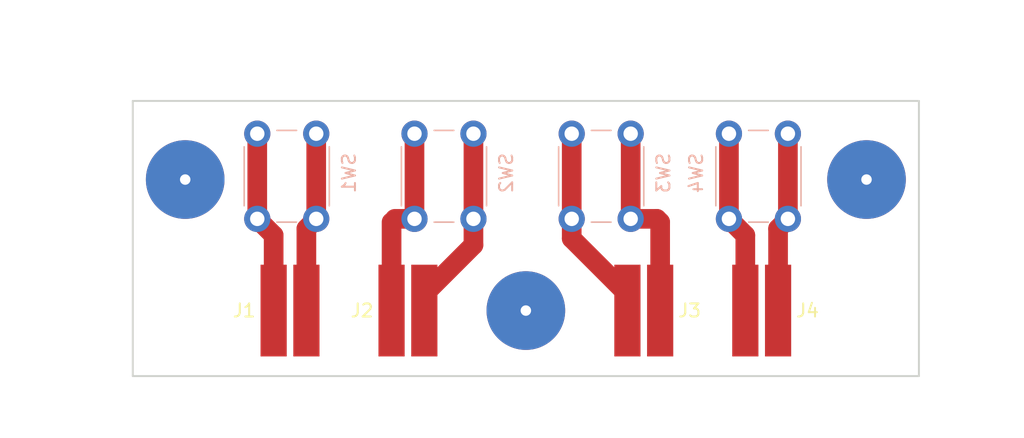
<source format=kicad_pcb>
(kicad_pcb (version 4) (host pcbnew 4.0.7)

  (general
    (links 16)
    (no_connects 0)
    (area 78.650001 62.8 160.85 97.7)
    (thickness 1.6)
    (drawings 11)
    (tracks 29)
    (zones 0)
    (modules 11)
    (nets 9)
  )

  (page A4)
  (layers
    (0 F.Cu signal)
    (31 B.Cu signal)
    (32 B.Adhes user)
    (33 F.Adhes user)
    (34 B.Paste user)
    (35 F.Paste user)
    (36 B.SilkS user)
    (37 F.SilkS user)
    (38 B.Mask user)
    (39 F.Mask user)
    (40 Dwgs.User user)
    (41 Cmts.User user)
    (42 Eco1.User user)
    (43 Eco2.User user)
    (44 Edge.Cuts user)
    (45 Margin user)
    (46 B.CrtYd user)
    (47 F.CrtYd user)
    (48 B.Fab user)
    (49 F.Fab user)
  )

  (setup
    (last_trace_width 1.5)
    (trace_clearance 0.2)
    (zone_clearance 0.508)
    (zone_45_only no)
    (trace_min 0.2)
    (segment_width 0.2)
    (edge_width 0.15)
    (via_size 0.6)
    (via_drill 0.4)
    (via_min_size 0.4)
    (via_min_drill 0.3)
    (uvia_size 0.3)
    (uvia_drill 0.1)
    (uvias_allowed no)
    (uvia_min_size 0.2)
    (uvia_min_drill 0.1)
    (pcb_text_width 0.3)
    (pcb_text_size 1.5 1.5)
    (mod_edge_width 0.15)
    (mod_text_size 1 1)
    (mod_text_width 0.15)
    (pad_size 1.524 1.524)
    (pad_drill 0.762)
    (pad_to_mask_clearance 0.2)
    (aux_axis_origin 0 0)
    (visible_elements FFFFFF7F)
    (pcbplotparams
      (layerselection 0x00030_80000001)
      (usegerberextensions false)
      (excludeedgelayer true)
      (linewidth 0.100000)
      (plotframeref false)
      (viasonmask false)
      (mode 1)
      (useauxorigin false)
      (hpglpennumber 1)
      (hpglpenspeed 20)
      (hpglpendiameter 15)
      (hpglpenoverlay 2)
      (psnegative false)
      (psa4output false)
      (plotreference true)
      (plotvalue true)
      (plotinvisibletext false)
      (padsonsilk false)
      (subtractmaskfromsilk false)
      (outputformat 1)
      (mirror false)
      (drillshape 1)
      (scaleselection 1)
      (outputdirectory ""))
  )

  (net 0 "")
  (net 1 "Net-(J1-Pad2)")
  (net 2 "Net-(J1-Pad1)")
  (net 3 "Net-(J2-Pad2)")
  (net 4 "Net-(J2-Pad1)")
  (net 5 "Net-(J3-Pad2)")
  (net 6 "Net-(J3-Pad1)")
  (net 7 "Net-(J4-Pad2)")
  (net 8 "Net-(J4-Pad1)")

  (net_class Default "This is the default net class."
    (clearance 0.2)
    (trace_width 1.5)
    (via_dia 0.6)
    (via_drill 0.4)
    (uvia_dia 0.3)
    (uvia_drill 0.1)
    (add_net "Net-(J1-Pad1)")
    (add_net "Net-(J1-Pad2)")
    (add_net "Net-(J2-Pad1)")
    (add_net "Net-(J2-Pad2)")
    (add_net "Net-(J3-Pad1)")
    (add_net "Net-(J3-Pad2)")
    (add_net "Net-(J4-Pad1)")
    (add_net "Net-(J4-Pad2)")
  )

  (module my_footprints:Hole_3mm (layer F.Cu) (tedit 5A15A879) (tstamp 5A1C9411)
    (at 119 86)
    (fp_text reference REF** (at 0 3.81) (layer F.SilkS) hide
      (effects (font (size 1 1) (thickness 0.15)))
    )
    (fp_text value Hole_3mm (at 0 -5.08) (layer F.Fab) hide
      (effects (font (size 1 1) (thickness 0.15)))
    )
    (pad "" np_thru_hole circle (at 0 0) (size 6 6) (drill 0.8) (layers *.Cu *.Mask))
  )

  (module my_footprints:Hole_3mm (layer F.Cu) (tedit 5A15A879) (tstamp 5A1C940B)
    (at 145 76)
    (fp_text reference REF** (at 0 3.81) (layer F.SilkS) hide
      (effects (font (size 1 1) (thickness 0.15)))
    )
    (fp_text value Hole_3mm (at 0 -5.08) (layer F.Fab) hide
      (effects (font (size 1 1) (thickness 0.15)))
    )
    (pad "" np_thru_hole circle (at 0 0) (size 6 6) (drill 0.8) (layers *.Cu *.Mask))
  )

  (module Buttons_Switches_THT.pretty:SW_PUSH_6mm_h13mm (layer B.Cu) (tedit 5A1C6161) (tstamp 5A1C901C)
    (at 115 79 90)
    (descr "tactile push button, 6x6mm e.g. PHAP33xx series, height=13mm")
    (tags "tact sw push 6mm")
    (path /5A1C8853)
    (fp_text reference SW2 (at 3.5 2.5 90) (layer B.SilkS)
      (effects (font (size 1 1) (thickness 0.15)) (justify mirror))
    )
    (fp_text value SW_Push (at 3.75 -6.7 90) (layer B.Fab)
      (effects (font (size 1 1) (thickness 0.15)) (justify mirror))
    )
    (fp_text user %R (at 3.25 -2.25 90) (layer B.Fab)
      (effects (font (size 1 1) (thickness 0.15)) (justify mirror))
    )
    (fp_line (start 3.25 0.75) (end 6.25 0.75) (layer B.Fab) (width 0.1))
    (fp_line (start 6.25 0.75) (end 6.25 -5.25) (layer B.Fab) (width 0.1))
    (fp_line (start 6.25 -5.25) (end 0.25 -5.25) (layer B.Fab) (width 0.1))
    (fp_line (start 0.25 -5.25) (end 0.25 0.75) (layer B.Fab) (width 0.1))
    (fp_line (start 0.25 0.75) (end 3.25 0.75) (layer B.Fab) (width 0.1))
    (fp_line (start 7.75 -6) (end 8 -6) (layer B.CrtYd) (width 0.05))
    (fp_line (start 8 -6) (end 8 -5.75) (layer B.CrtYd) (width 0.05))
    (fp_line (start 7.75 1.5) (end 8 1.5) (layer B.CrtYd) (width 0.05))
    (fp_line (start 8 1.5) (end 8 1.25) (layer B.CrtYd) (width 0.05))
    (fp_line (start -1.5 1.25) (end -1.5 1.5) (layer B.CrtYd) (width 0.05))
    (fp_line (start -1.5 1.5) (end -1.25 1.5) (layer B.CrtYd) (width 0.05))
    (fp_line (start -1.5 -5.75) (end -1.5 -6) (layer B.CrtYd) (width 0.05))
    (fp_line (start -1.5 -6) (end -1.25 -6) (layer B.CrtYd) (width 0.05))
    (fp_line (start -1.25 1.5) (end 7.75 1.5) (layer B.CrtYd) (width 0.05))
    (fp_line (start -1.5 -5.75) (end -1.5 1.25) (layer B.CrtYd) (width 0.05))
    (fp_line (start 7.75 -6) (end -1.25 -6) (layer B.CrtYd) (width 0.05))
    (fp_line (start 8 1.25) (end 8 -5.75) (layer B.CrtYd) (width 0.05))
    (fp_line (start 1 -5.5) (end 5.5 -5.5) (layer B.SilkS) (width 0.12))
    (fp_line (start -0.25 -1.5) (end -0.25 -3) (layer B.SilkS) (width 0.12))
    (fp_line (start 5.5 1) (end 1 1) (layer B.SilkS) (width 0.12))
    (fp_line (start 6.75 -3) (end 6.75 -1.5) (layer B.SilkS) (width 0.12))
    (fp_circle (center 3.25 -2.25) (end 1.25 -2.5) (layer B.Fab) (width 0.1))
    (pad 2 thru_hole circle (at 0 -4.5) (size 2 2) (drill 1.1) (layers *.Cu *.Mask)
      (net 4 "Net-(J2-Pad1)"))
    (pad 1 thru_hole circle (at 0 0) (size 2 2) (drill 1.1) (layers *.Cu *.Mask)
      (net 3 "Net-(J2-Pad2)"))
    (pad 2 thru_hole circle (at 6.5 -4.5) (size 2 2) (drill 1.1) (layers *.Cu *.Mask)
      (net 4 "Net-(J2-Pad1)"))
    (pad 1 thru_hole circle (at 6.5 0) (size 2 2) (drill 1.1) (layers *.Cu *.Mask)
      (net 3 "Net-(J2-Pad2)"))
    (model ${KISYS3DMOD}/Buttons_Switches_THT.3dshapes/SW_PUSH_6mm_h13mm.wrl
      (at (xyz 0.005 0 0))
      (scale (xyz 0.3937 0.3937 0.3937))
      (rotate (xyz 0 0 0))
    )
  )

  (module my_footprints:SMD2pin (layer F.Cu) (tedit 5A1C6179) (tstamp 5A1C8FCC)
    (at 101 86)
    (path /5A1C86CD)
    (fp_text reference J1 (at -3.5 0) (layer F.SilkS)
      (effects (font (size 1 1) (thickness 0.15)))
    )
    (fp_text value Conn_01x02 (at 0 -4.75) (layer F.Fab)
      (effects (font (size 1 1) (thickness 0.15)))
    )
    (pad 2 smd rect (at 1.25 0) (size 2 7) (layers F.Cu F.Paste F.Mask)
      (net 1 "Net-(J1-Pad2)"))
    (pad 1 smd rect (at -1.25 0) (size 2 7) (layers F.Cu F.Paste F.Mask)
      (net 2 "Net-(J1-Pad1)"))
  )

  (module my_footprints:SMD2pin (layer F.Cu) (tedit 5A1C6177) (tstamp 5A1C8FD2)
    (at 110 86)
    (path /5A1C8859)
    (fp_text reference J2 (at -3.5 0) (layer F.SilkS)
      (effects (font (size 1 1) (thickness 0.15)))
    )
    (fp_text value Conn_01x02 (at 0 -4.75) (layer F.Fab)
      (effects (font (size 1 1) (thickness 0.15)))
    )
    (pad 2 smd rect (at 1.25 0) (size 2 7) (layers F.Cu F.Paste F.Mask)
      (net 3 "Net-(J2-Pad2)"))
    (pad 1 smd rect (at -1.25 0) (size 2 7) (layers F.Cu F.Paste F.Mask)
      (net 4 "Net-(J2-Pad1)"))
  )

  (module my_footprints:SMD2pin (layer F.Cu) (tedit 5A1C6174) (tstamp 5A1C8FD8)
    (at 128 86)
    (path /5A1C8BA0)
    (fp_text reference J3 (at 3.5 0) (layer F.SilkS)
      (effects (font (size 1 1) (thickness 0.15)))
    )
    (fp_text value Conn_01x02 (at 0 -4.75) (layer F.Fab)
      (effects (font (size 1 1) (thickness 0.15)))
    )
    (pad 2 smd rect (at 1.25 0) (size 2 7) (layers F.Cu F.Paste F.Mask)
      (net 5 "Net-(J3-Pad2)"))
    (pad 1 smd rect (at -1.25 0) (size 2 7) (layers F.Cu F.Paste F.Mask)
      (net 6 "Net-(J3-Pad1)"))
  )

  (module my_footprints:SMD2pin (layer F.Cu) (tedit 5A1C6172) (tstamp 5A1C8FDE)
    (at 137 86)
    (path /5A1C8BAF)
    (fp_text reference J4 (at 3.5 0) (layer F.SilkS)
      (effects (font (size 1 1) (thickness 0.15)))
    )
    (fp_text value Conn_01x02 (at 0 -4.75) (layer F.Fab)
      (effects (font (size 1 1) (thickness 0.15)))
    )
    (pad 2 smd rect (at 1.25 0) (size 2 7) (layers F.Cu F.Paste F.Mask)
      (net 7 "Net-(J4-Pad2)"))
    (pad 1 smd rect (at -1.25 0) (size 2 7) (layers F.Cu F.Paste F.Mask)
      (net 8 "Net-(J4-Pad1)"))
  )

  (module Buttons_Switches_THT.pretty:SW_PUSH_6mm_h13mm (layer B.Cu) (tedit 5A1C615F) (tstamp 5A1C8FFD)
    (at 103 79 90)
    (descr "tactile push button, 6x6mm e.g. PHAP33xx series, height=13mm")
    (tags "tact sw push 6mm")
    (path /5A1C8495)
    (fp_text reference SW1 (at 3.5 2.5 90) (layer B.SilkS)
      (effects (font (size 1 1) (thickness 0.15)) (justify mirror))
    )
    (fp_text value SW_Push (at 3.75 -6.7 90) (layer B.Fab)
      (effects (font (size 1 1) (thickness 0.15)) (justify mirror))
    )
    (fp_text user %R (at 3.25 -2.25 90) (layer B.Fab)
      (effects (font (size 1 1) (thickness 0.15)) (justify mirror))
    )
    (fp_line (start 3.25 0.75) (end 6.25 0.75) (layer B.Fab) (width 0.1))
    (fp_line (start 6.25 0.75) (end 6.25 -5.25) (layer B.Fab) (width 0.1))
    (fp_line (start 6.25 -5.25) (end 0.25 -5.25) (layer B.Fab) (width 0.1))
    (fp_line (start 0.25 -5.25) (end 0.25 0.75) (layer B.Fab) (width 0.1))
    (fp_line (start 0.25 0.75) (end 3.25 0.75) (layer B.Fab) (width 0.1))
    (fp_line (start 7.75 -6) (end 8 -6) (layer B.CrtYd) (width 0.05))
    (fp_line (start 8 -6) (end 8 -5.75) (layer B.CrtYd) (width 0.05))
    (fp_line (start 7.75 1.5) (end 8 1.5) (layer B.CrtYd) (width 0.05))
    (fp_line (start 8 1.5) (end 8 1.25) (layer B.CrtYd) (width 0.05))
    (fp_line (start -1.5 1.25) (end -1.5 1.5) (layer B.CrtYd) (width 0.05))
    (fp_line (start -1.5 1.5) (end -1.25 1.5) (layer B.CrtYd) (width 0.05))
    (fp_line (start -1.5 -5.75) (end -1.5 -6) (layer B.CrtYd) (width 0.05))
    (fp_line (start -1.5 -6) (end -1.25 -6) (layer B.CrtYd) (width 0.05))
    (fp_line (start -1.25 1.5) (end 7.75 1.5) (layer B.CrtYd) (width 0.05))
    (fp_line (start -1.5 -5.75) (end -1.5 1.25) (layer B.CrtYd) (width 0.05))
    (fp_line (start 7.75 -6) (end -1.25 -6) (layer B.CrtYd) (width 0.05))
    (fp_line (start 8 1.25) (end 8 -5.75) (layer B.CrtYd) (width 0.05))
    (fp_line (start 1 -5.5) (end 5.5 -5.5) (layer B.SilkS) (width 0.12))
    (fp_line (start -0.25 -1.5) (end -0.25 -3) (layer B.SilkS) (width 0.12))
    (fp_line (start 5.5 1) (end 1 1) (layer B.SilkS) (width 0.12))
    (fp_line (start 6.75 -3) (end 6.75 -1.5) (layer B.SilkS) (width 0.12))
    (fp_circle (center 3.25 -2.25) (end 1.25 -2.5) (layer B.Fab) (width 0.1))
    (pad 2 thru_hole circle (at 0 -4.5) (size 2 2) (drill 1.1) (layers *.Cu *.Mask)
      (net 2 "Net-(J1-Pad1)"))
    (pad 1 thru_hole circle (at 0 0) (size 2 2) (drill 1.1) (layers *.Cu *.Mask)
      (net 1 "Net-(J1-Pad2)"))
    (pad 2 thru_hole circle (at 6.5 -4.5) (size 2 2) (drill 1.1) (layers *.Cu *.Mask)
      (net 2 "Net-(J1-Pad1)"))
    (pad 1 thru_hole circle (at 6.5 0) (size 2 2) (drill 1.1) (layers *.Cu *.Mask)
      (net 1 "Net-(J1-Pad2)"))
    (model ${KISYS3DMOD}/Buttons_Switches_THT.3dshapes/SW_PUSH_6mm_h13mm.wrl
      (at (xyz 0.005 0 0))
      (scale (xyz 0.3937 0.3937 0.3937))
      (rotate (xyz 0 0 0))
    )
  )

  (module Buttons_Switches_THT.pretty:SW_PUSH_6mm_h13mm (layer B.Cu) (tedit 5A1C6163) (tstamp 5A1C903B)
    (at 127 79 90)
    (descr "tactile push button, 6x6mm e.g. PHAP33xx series, height=13mm")
    (tags "tact sw push 6mm")
    (path /5A1C8B9A)
    (fp_text reference SW3 (at 3.5 2.5 90) (layer B.SilkS)
      (effects (font (size 1 1) (thickness 0.15)) (justify mirror))
    )
    (fp_text value SW_Push (at 3.75 -6.7 90) (layer B.Fab)
      (effects (font (size 1 1) (thickness 0.15)) (justify mirror))
    )
    (fp_text user %R (at 3.25 -2.25 90) (layer B.Fab)
      (effects (font (size 1 1) (thickness 0.15)) (justify mirror))
    )
    (fp_line (start 3.25 0.75) (end 6.25 0.75) (layer B.Fab) (width 0.1))
    (fp_line (start 6.25 0.75) (end 6.25 -5.25) (layer B.Fab) (width 0.1))
    (fp_line (start 6.25 -5.25) (end 0.25 -5.25) (layer B.Fab) (width 0.1))
    (fp_line (start 0.25 -5.25) (end 0.25 0.75) (layer B.Fab) (width 0.1))
    (fp_line (start 0.25 0.75) (end 3.25 0.75) (layer B.Fab) (width 0.1))
    (fp_line (start 7.75 -6) (end 8 -6) (layer B.CrtYd) (width 0.05))
    (fp_line (start 8 -6) (end 8 -5.75) (layer B.CrtYd) (width 0.05))
    (fp_line (start 7.75 1.5) (end 8 1.5) (layer B.CrtYd) (width 0.05))
    (fp_line (start 8 1.5) (end 8 1.25) (layer B.CrtYd) (width 0.05))
    (fp_line (start -1.5 1.25) (end -1.5 1.5) (layer B.CrtYd) (width 0.05))
    (fp_line (start -1.5 1.5) (end -1.25 1.5) (layer B.CrtYd) (width 0.05))
    (fp_line (start -1.5 -5.75) (end -1.5 -6) (layer B.CrtYd) (width 0.05))
    (fp_line (start -1.5 -6) (end -1.25 -6) (layer B.CrtYd) (width 0.05))
    (fp_line (start -1.25 1.5) (end 7.75 1.5) (layer B.CrtYd) (width 0.05))
    (fp_line (start -1.5 -5.75) (end -1.5 1.25) (layer B.CrtYd) (width 0.05))
    (fp_line (start 7.75 -6) (end -1.25 -6) (layer B.CrtYd) (width 0.05))
    (fp_line (start 8 1.25) (end 8 -5.75) (layer B.CrtYd) (width 0.05))
    (fp_line (start 1 -5.5) (end 5.5 -5.5) (layer B.SilkS) (width 0.12))
    (fp_line (start -0.25 -1.5) (end -0.25 -3) (layer B.SilkS) (width 0.12))
    (fp_line (start 5.5 1) (end 1 1) (layer B.SilkS) (width 0.12))
    (fp_line (start 6.75 -3) (end 6.75 -1.5) (layer B.SilkS) (width 0.12))
    (fp_circle (center 3.25 -2.25) (end 1.25 -2.5) (layer B.Fab) (width 0.1))
    (pad 2 thru_hole circle (at 0 -4.5) (size 2 2) (drill 1.1) (layers *.Cu *.Mask)
      (net 6 "Net-(J3-Pad1)"))
    (pad 1 thru_hole circle (at 0 0) (size 2 2) (drill 1.1) (layers *.Cu *.Mask)
      (net 5 "Net-(J3-Pad2)"))
    (pad 2 thru_hole circle (at 6.5 -4.5) (size 2 2) (drill 1.1) (layers *.Cu *.Mask)
      (net 6 "Net-(J3-Pad1)"))
    (pad 1 thru_hole circle (at 6.5 0) (size 2 2) (drill 1.1) (layers *.Cu *.Mask)
      (net 5 "Net-(J3-Pad2)"))
    (model ${KISYS3DMOD}/Buttons_Switches_THT.3dshapes/SW_PUSH_6mm_h13mm.wrl
      (at (xyz 0.005 0 0))
      (scale (xyz 0.3937 0.3937 0.3937))
      (rotate (xyz 0 0 0))
    )
  )

  (module Buttons_Switches_THT.pretty:SW_PUSH_6mm_h13mm (layer B.Cu) (tedit 5A1C616D) (tstamp 5A1C905A)
    (at 139 79 90)
    (descr "tactile push button, 6x6mm e.g. PHAP33xx series, height=13mm")
    (tags "tact sw push 6mm")
    (path /5A1C8BA9)
    (fp_text reference SW4 (at 3.5 -7 90) (layer B.SilkS)
      (effects (font (size 1 1) (thickness 0.15)) (justify mirror))
    )
    (fp_text value SW_Push (at 3 2 90) (layer B.Fab)
      (effects (font (size 1 1) (thickness 0.15)) (justify mirror))
    )
    (fp_text user %R (at 3.25 -2.25 90) (layer B.Fab)
      (effects (font (size 1 1) (thickness 0.15)) (justify mirror))
    )
    (fp_line (start 3.25 0.75) (end 6.25 0.75) (layer B.Fab) (width 0.1))
    (fp_line (start 6.25 0.75) (end 6.25 -5.25) (layer B.Fab) (width 0.1))
    (fp_line (start 6.25 -5.25) (end 0.25 -5.25) (layer B.Fab) (width 0.1))
    (fp_line (start 0.25 -5.25) (end 0.25 0.75) (layer B.Fab) (width 0.1))
    (fp_line (start 0.25 0.75) (end 3.25 0.75) (layer B.Fab) (width 0.1))
    (fp_line (start 7.75 -6) (end 8 -6) (layer B.CrtYd) (width 0.05))
    (fp_line (start 8 -6) (end 8 -5.75) (layer B.CrtYd) (width 0.05))
    (fp_line (start 7.75 1.5) (end 8 1.5) (layer B.CrtYd) (width 0.05))
    (fp_line (start 8 1.5) (end 8 1.25) (layer B.CrtYd) (width 0.05))
    (fp_line (start -1.5 1.25) (end -1.5 1.5) (layer B.CrtYd) (width 0.05))
    (fp_line (start -1.5 1.5) (end -1.25 1.5) (layer B.CrtYd) (width 0.05))
    (fp_line (start -1.5 -5.75) (end -1.5 -6) (layer B.CrtYd) (width 0.05))
    (fp_line (start -1.5 -6) (end -1.25 -6) (layer B.CrtYd) (width 0.05))
    (fp_line (start -1.25 1.5) (end 7.75 1.5) (layer B.CrtYd) (width 0.05))
    (fp_line (start -1.5 -5.75) (end -1.5 1.25) (layer B.CrtYd) (width 0.05))
    (fp_line (start 7.75 -6) (end -1.25 -6) (layer B.CrtYd) (width 0.05))
    (fp_line (start 8 1.25) (end 8 -5.75) (layer B.CrtYd) (width 0.05))
    (fp_line (start 1 -5.5) (end 5.5 -5.5) (layer B.SilkS) (width 0.12))
    (fp_line (start -0.25 -1.5) (end -0.25 -3) (layer B.SilkS) (width 0.12))
    (fp_line (start 5.5 1) (end 1 1) (layer B.SilkS) (width 0.12))
    (fp_line (start 6.75 -3) (end 6.75 -1.5) (layer B.SilkS) (width 0.12))
    (fp_circle (center 3.25 -2.25) (end 1.25 -2.5) (layer B.Fab) (width 0.1))
    (pad 2 thru_hole circle (at 0 -4.5) (size 2 2) (drill 1.1) (layers *.Cu *.Mask)
      (net 8 "Net-(J4-Pad1)"))
    (pad 1 thru_hole circle (at 0 0) (size 2 2) (drill 1.1) (layers *.Cu *.Mask)
      (net 7 "Net-(J4-Pad2)"))
    (pad 2 thru_hole circle (at 6.5 -4.5) (size 2 2) (drill 1.1) (layers *.Cu *.Mask)
      (net 8 "Net-(J4-Pad1)"))
    (pad 1 thru_hole circle (at 6.5 0) (size 2 2) (drill 1.1) (layers *.Cu *.Mask)
      (net 7 "Net-(J4-Pad2)"))
    (model ${KISYS3DMOD}/Buttons_Switches_THT.3dshapes/SW_PUSH_6mm_h13mm.wrl
      (at (xyz 0.005 0 0))
      (scale (xyz 0.3937 0.3937 0.3937))
      (rotate (xyz 0 0 0))
    )
  )

  (module my_footprints:Hole_3mm (layer F.Cu) (tedit 5A15A879) (tstamp 5A1C9400)
    (at 93 76)
    (fp_text reference REF** (at 0 3.81) (layer F.SilkS) hide
      (effects (font (size 1 1) (thickness 0.15)))
    )
    (fp_text value Hole_3mm (at 0 -5.08) (layer F.Fab) hide
      (effects (font (size 1 1) (thickness 0.15)))
    )
    (pad "" np_thru_hole circle (at 0 0) (size 6 6) (drill 0.8) (layers *.Cu *.Mask))
  )

  (dimension 10 (width 0.3) (layer Dwgs.User)
    (gr_text "10.000 mm" (at 154.35 81 270) (layer Dwgs.User)
      (effects (font (size 1.5 1.5) (thickness 0.3)))
    )
    (feature1 (pts (xy 119 86) (xy 155.7 86)))
    (feature2 (pts (xy 119 76) (xy 155.7 76)))
    (crossbar (pts (xy 153 76) (xy 153 86)))
    (arrow1a (pts (xy 153 86) (xy 152.413579 84.873496)))
    (arrow1b (pts (xy 153 86) (xy 153.586421 84.873496)))
    (arrow2a (pts (xy 153 76) (xy 152.413579 77.126504)))
    (arrow2b (pts (xy 153 76) (xy 153.586421 77.126504)))
  )
  (dimension 52 (width 0.3) (layer Dwgs.User)
    (gr_text "52.000 mm" (at 119 64.15) (layer Dwgs.User)
      (effects (font (size 1.5 1.5) (thickness 0.3)))
    )
    (feature1 (pts (xy 145 76) (xy 145 62.8)))
    (feature2 (pts (xy 93 76) (xy 93 62.8)))
    (crossbar (pts (xy 93 65.5) (xy 145 65.5)))
    (arrow1a (pts (xy 145 65.5) (xy 143.873496 66.086421)))
    (arrow1b (pts (xy 145 65.5) (xy 143.873496 64.913579)))
    (arrow2a (pts (xy 93 65.5) (xy 94.126504 66.086421)))
    (arrow2b (pts (xy 93 65.5) (xy 94.126504 64.913579)))
  )
  (dimension 21 (width 0.3) (layer Dwgs.User)
    (gr_text "21.000 mm" (at 85.15 80.5 90) (layer Dwgs.User)
      (effects (font (size 1.5 1.5) (thickness 0.3)))
    )
    (feature1 (pts (xy 89 70) (xy 83.8 70)))
    (feature2 (pts (xy 89 91) (xy 83.8 91)))
    (crossbar (pts (xy 86.5 91) (xy 86.5 70)))
    (arrow1a (pts (xy 86.5 70) (xy 87.086421 71.126504)))
    (arrow1b (pts (xy 86.5 70) (xy 85.913579 71.126504)))
    (arrow2a (pts (xy 86.5 91) (xy 87.086421 89.873496)))
    (arrow2b (pts (xy 86.5 91) (xy 85.913579 89.873496)))
  )
  (dimension 60 (width 0.3) (layer Dwgs.User)
    (gr_text "60.000 mm" (at 119 96.349999) (layer Dwgs.User)
      (effects (font (size 1.5 1.5) (thickness 0.3)))
    )
    (feature1 (pts (xy 149 91) (xy 149 97.699999)))
    (feature2 (pts (xy 89 91) (xy 89 97.699999)))
    (crossbar (pts (xy 89 94.999999) (xy 149 94.999999)))
    (arrow1a (pts (xy 149 94.999999) (xy 147.873496 95.58642)))
    (arrow1b (pts (xy 149 94.999999) (xy 147.873496 94.413578)))
    (arrow2a (pts (xy 89 94.999999) (xy 90.126504 95.58642)))
    (arrow2b (pts (xy 89 94.999999) (xy 90.126504 94.413578)))
  )
  (gr_line (start 89 91) (end 89 70) (angle 90) (layer Edge.Cuts) (width 0.15))
  (gr_line (start 149 91) (end 89 91) (angle 90) (layer Edge.Cuts) (width 0.15))
  (gr_line (start 149 70) (end 149 91) (angle 90) (layer Edge.Cuts) (width 0.15))
  (gr_line (start 89 70) (end 149 70) (angle 90) (layer Edge.Cuts) (width 0.15))
  (gr_line (start 89 91) (end 89 70) (angle 90) (layer Margin) (width 0.2))
  (gr_line (start 149 91) (end 89 91) (angle 90) (layer Margin) (width 0.2))
  (gr_line (start 89 70) (end 149 70) (angle 90) (layer Margin) (width 0.2))

  (segment (start 103 72.5) (end 103 79) (width 1.5) (layer F.Cu) (net 1))
  (segment (start 103 79) (end 102.25 79.75) (width 1.5) (layer F.Cu) (net 1) (tstamp 5A1C9395))
  (segment (start 102.25 79.75) (end 102.25 86) (width 1.5) (layer F.Cu) (net 1) (tstamp 5A1C9396))
  (segment (start 98.5 72.5) (end 98.5 79) (width 1.5) (layer F.Cu) (net 2))
  (segment (start 98.5 79) (end 99.75 80.25) (width 1.5) (layer F.Cu) (net 2) (tstamp 5A1C9391))
  (segment (start 99.75 80.25) (end 99.75 86) (width 1.5) (layer F.Cu) (net 2) (tstamp 5A1C9392))
  (segment (start 115 79) (end 115 81) (width 1.5) (layer F.Cu) (net 3))
  (segment (start 115 81) (end 111.25 84.75) (width 1.5) (layer F.Cu) (net 3) (tstamp 5A1C9444))
  (segment (start 111.25 84.75) (end 111.25 86) (width 0.5) (layer F.Cu) (net 3) (tstamp 5A1C9445))
  (segment (start 115 72.5) (end 115 79) (width 1.5) (layer F.Cu) (net 3))
  (segment (start 110.5 79) (end 109 79) (width 1.5) (layer F.Cu) (net 4))
  (segment (start 108.75 79.25) (end 108.75 86) (width 1.5) (layer F.Cu) (net 4) (tstamp 5A1C943F))
  (segment (start 109 79) (end 108.75 79.25) (width 0.5) (layer F.Cu) (net 4) (tstamp 5A1C943E))
  (segment (start 110.5 79) (end 110 79) (width 0.5) (layer F.Cu) (net 4))
  (segment (start 110.5 72.5) (end 110.5 79) (width 1.5) (layer F.Cu) (net 4))
  (segment (start 127 79) (end 129 79) (width 1.5) (layer F.Cu) (net 5))
  (segment (start 129.25 79.25) (end 129.25 86) (width 1.5) (layer F.Cu) (net 5) (tstamp 5A1C943A))
  (segment (start 129 79) (end 129.25 79.25) (width 1.5) (layer F.Cu) (net 5) (tstamp 5A1C9439))
  (segment (start 127 72.5) (end 127 79) (width 1.5) (layer F.Cu) (net 5))
  (segment (start 122.5 79) (end 122.5 80.5) (width 1.5) (layer F.Cu) (net 6))
  (segment (start 122.5 80.5) (end 126.75 84.75) (width 1.5) (layer F.Cu) (net 6) (tstamp 5A1C9449))
  (segment (start 126.75 84.75) (end 126.75 86) (width 0.5) (layer F.Cu) (net 6) (tstamp 5A1C944A))
  (segment (start 122.5 72.5) (end 122.5 79) (width 1.5) (layer F.Cu) (net 6))
  (segment (start 139 72.5) (end 139 79) (width 1.5) (layer F.Cu) (net 7))
  (segment (start 139 79) (end 138.25 79.75) (width 1.5) (layer F.Cu) (net 7) (tstamp 5A1C93AD))
  (segment (start 138.25 79.75) (end 138.25 86) (width 1.5) (layer F.Cu) (net 7) (tstamp 5A1C93AE))
  (segment (start 134.5 72.5) (end 134.5 79) (width 1.5) (layer F.Cu) (net 8))
  (segment (start 134.5 79) (end 135.75 80.25) (width 1.5) (layer F.Cu) (net 8) (tstamp 5A1C93A9))
  (segment (start 135.75 80.25) (end 135.75 86) (width 1.5) (layer F.Cu) (net 8) (tstamp 5A1C93AA))

)

</source>
